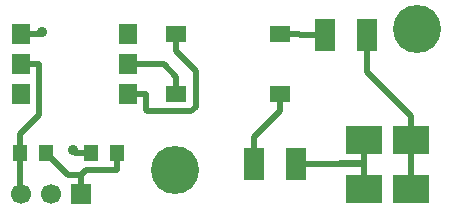
<source format=gtl>
G04 (created by PCBNEW-RS274X (2012-01-19 BZR 3256)-stable) date 3/25/2013 8:41:05 PM*
G01*
G70*
G90*
%MOIN*%
G04 Gerber Fmt 3.4, Leading zero omitted, Abs format*
%FSLAX34Y34*%
G04 APERTURE LIST*
%ADD10C,0.006000*%
%ADD11R,0.066900X0.066900*%
%ADD12C,0.066900*%
%ADD13R,0.045000X0.055000*%
%ADD14R,0.070000X0.055000*%
%ADD15R,0.059800X0.070100*%
%ADD16R,0.122000X0.096500*%
%ADD17R,0.070000X0.110000*%
%ADD18C,0.160000*%
%ADD19C,0.035000*%
%ADD20C,0.020000*%
G04 APERTURE END LIST*
G54D10*
G54D11*
X18913Y-20669D03*
G54D12*
X17913Y-20669D03*
X16913Y-20669D03*
G54D13*
X16898Y-19291D03*
X17748Y-19291D03*
G54D14*
X25539Y-15339D03*
X25539Y-17339D03*
X22099Y-17339D03*
X22099Y-15339D03*
G54D15*
X20477Y-17339D03*
X20477Y-16339D03*
X20477Y-15339D03*
X16925Y-17339D03*
X16925Y-16339D03*
X16925Y-15339D03*
G54D16*
X28347Y-18858D03*
X29921Y-18858D03*
X29921Y-20512D03*
X28347Y-20512D03*
G54D17*
X27056Y-15354D03*
X28456Y-15354D03*
X24694Y-19685D03*
X26094Y-19685D03*
G54D13*
X20110Y-19291D03*
X19260Y-19291D03*
G54D18*
X30118Y-15157D03*
X22047Y-19882D03*
G54D19*
X17605Y-15261D03*
X18642Y-19201D03*
G54D20*
X16925Y-15339D02*
X17527Y-15339D01*
X17605Y-15261D02*
X17527Y-15339D01*
X19260Y-19291D02*
X18732Y-19291D01*
X18732Y-19291D02*
X18642Y-19201D01*
X28347Y-20512D02*
X28347Y-19727D01*
X26094Y-19685D02*
X27520Y-19685D01*
X28305Y-19685D02*
X28347Y-19727D01*
X27520Y-19685D02*
X28305Y-19685D01*
X27561Y-19644D02*
X28347Y-19644D01*
X27520Y-19685D02*
X27561Y-19644D01*
X28347Y-18858D02*
X28347Y-19644D01*
X28456Y-16608D02*
X29921Y-18073D01*
X28456Y-15354D02*
X28456Y-16608D01*
X29921Y-18858D02*
X29921Y-18073D01*
X29921Y-20512D02*
X29921Y-18858D01*
X24694Y-18762D02*
X25539Y-17917D01*
X24694Y-19685D02*
X24694Y-18762D01*
X25539Y-17339D02*
X25539Y-17917D01*
X26207Y-15354D02*
X26192Y-15339D01*
X27056Y-15354D02*
X26207Y-15354D01*
X25539Y-15339D02*
X26192Y-15339D01*
X22752Y-16570D02*
X22099Y-15917D01*
X22752Y-17762D02*
X22752Y-16570D01*
X22596Y-17918D02*
X22752Y-17762D01*
X21079Y-17861D02*
X21136Y-17918D01*
X22099Y-15339D02*
X22099Y-15917D01*
X21079Y-17339D02*
X21079Y-17861D01*
X20477Y-17339D02*
X21079Y-17339D01*
X21136Y-17918D02*
X22596Y-17918D01*
X21677Y-16339D02*
X22099Y-16761D01*
X20477Y-16339D02*
X21677Y-16339D01*
X22099Y-17339D02*
X22099Y-16761D01*
X17748Y-19291D02*
X18489Y-20032D01*
X18913Y-20669D02*
X18913Y-20032D01*
X20110Y-19291D02*
X20110Y-19869D01*
X19076Y-19869D02*
X18913Y-20032D01*
X18489Y-20032D02*
X18913Y-20032D01*
X20110Y-19869D02*
X19076Y-19869D01*
X16925Y-16339D02*
X17527Y-16339D01*
X16898Y-18661D02*
X16898Y-19291D01*
X17527Y-18032D02*
X16898Y-18661D01*
X17527Y-16339D02*
X17527Y-18032D01*
X16898Y-20654D02*
X16913Y-20669D01*
X16898Y-19291D02*
X16898Y-20654D01*
M02*

</source>
